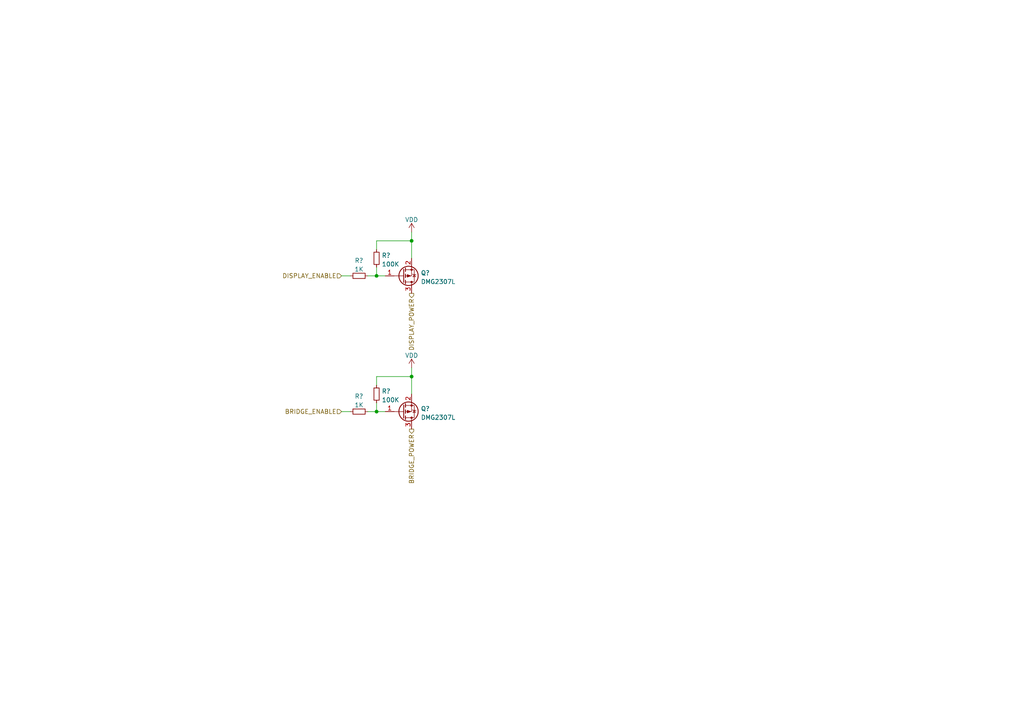
<source format=kicad_sch>
(kicad_sch (version 20211123) (generator eeschema)
  (paper "A4")
  (lib_symbols
    (symbol "Device:R_Small" (pin_numbers hide) (pin_names (offset 0.254) hide)
      (property "Reference" "R" (at 0.762 0.508 0))
      (property "Value" "R_Small" (at 0.762 -1.016 0))
      (symbol "R_Small_0_1"
        (rectangle (start -0.762 1.778) (end 0.762 -1.778) (stroke (width 0.2032)))
      )
      (symbol "R_Small_1_1"
        (pin passive line (at 0 2.54 270) (length 0.762) (name "~") (number "1"))
        (pin passive line (at 0 -2.54 90) (length 0.762) (name "~") (number "2"))
      )
    )
    (symbol "Transistor_FET:DMG2301L" (pin_names hide)
      (property "Reference" "Q" (at 5.08 1.905 0))
      (property "Value" "DMG2301L" (at 5.08 0 0))
      (symbol "DMG2301L_0_1"
        (polyline (pts (xy 0.254 0) (xy -2.54 0)))
        (polyline (pts (xy 0.254 1.905) (xy 0.254 -1.905)) (stroke (width 0.254)))
        (polyline (pts (xy 0.762 -1.27) (xy 0.762 -2.286)) (stroke (width 0.254)))
        (polyline (pts (xy 0.762 0.508) (xy 0.762 -0.508)) (stroke (width 0.254)))
        (polyline (pts (xy 0.762 2.286) (xy 0.762 1.27)) (stroke (width 0.254)))
        (polyline (pts (xy 2.54 2.54) (xy 2.54 1.778)))
        (polyline (pts (xy 2.54 -2.54) (xy 2.54 0) (xy 0.762 0)))
        (polyline (pts (xy 0.762 1.778) (xy 3.302 1.778) (xy 3.302 -1.778) (xy 0.762 -1.778)))
        (polyline (pts (xy 2.286 0) (xy 1.27 0.381) (xy 1.27 -0.381) (xy 2.286 0)) (fill (type outline)))
        (polyline (pts (xy 2.794 -0.508) (xy 2.921 -0.381) (xy 3.683 -0.381) (xy 3.81 -0.254)))
        (polyline (pts (xy 3.302 -0.381) (xy 2.921 0.254) (xy 3.683 0.254) (xy 3.302 -0.381)))
        (circle (center 1.651 0) (radius 2.794) (stroke (width 0.254)))
        (circle (center 2.54 -1.778) (radius 0.254) (fill (type outline)))
        (circle (center 2.54 1.778) (radius 0.254) (fill (type outline)))
      )
      (symbol "DMG2301L_1_1"
        (pin input line (at -5.08 0 0) (length 2.54) (name "G") (number "1"))
        (pin passive line (at 2.54 -5.08 90) (length 2.54) (name "S") (number "2"))
        (pin passive line (at 2.54 5.08 270) (length 2.54) (name "D") (number "3"))
      )
    )
    (symbol "power:VDD" (power) (pin_names (offset 0))
      (property "Value" "VDD" (at 0 3.81 0))
      (symbol "VDD_0_1"
        (polyline (pts (xy -0.762 1.27) (xy 0 2.54)))
        (polyline (pts (xy 0 0) (xy 0 2.54)))
        (polyline (pts (xy 0 2.54) (xy 0.762 1.27)))
      )
      (symbol "VDD_1_1"
        (pin power_in line (at 0 0 90) (length 0) hide (name "VDD") (number "1"))
      )
    )
  )
  (junction (at 119.38 69.85))
  (junction (at 109.22 119.38))
  (junction (at 119.38 109.22))
  (junction (at 109.22 80.01))
  (wire (pts (xy 119.38 69.85) (xy 119.38 67.31)))
  (wire (pts (xy 109.22 80.01) (xy 111.76 80.01)))
  (wire (pts (xy 109.22 109.22) (xy 119.38 109.22)))
  (wire (pts (xy 119.38 109.22) (xy 119.38 114.3)))
  (wire (pts (xy 109.22 119.38) (xy 111.76 119.38)))
  (wire (pts (xy 109.22 77.47) (xy 109.22 80.01)))
  (wire (pts (xy 109.22 111.76) (xy 109.22 109.22)))
  (wire (pts (xy 99.06 80.01) (xy 101.6 80.01)))
  (wire (pts (xy 109.22 72.39) (xy 109.22 69.85)))
  (wire (pts (xy 99.06 119.38) (xy 101.6 119.38)))
  (wire (pts (xy 109.22 69.85) (xy 119.38 69.85)))
  (wire (pts (xy 119.38 109.22) (xy 119.38 106.68)))
  (wire (pts (xy 119.38 69.85) (xy 119.38 74.93)))
  (wire (pts (xy 106.68 80.01) (xy 109.22 80.01)))
  (wire (pts (xy 106.68 119.38) (xy 109.22 119.38)))
  (wire (pts (xy 109.22 116.84) (xy 109.22 119.38)))
  (hierarchical_label "DISPLAY_ENABLE" (shape input) (at 99.06 80.01 180))
  (hierarchical_label "BRIDGE_POWER" (shape output) (at 119.38 124.46 270))
  (hierarchical_label "BRIDGE_ENABLE" (shape input) (at 99.06 119.38 180))
  (hierarchical_label "DISPLAY_POWER" (shape output) (at 119.38 85.09 270))
  (symbol (lib_id "Device:R_Small") (at 109.22 114.3 0) (unit 1)
    (property "Reference" "R?" (at 110.7186 113.4653 0) (effects (justify left)))
    (property "Value" "100K" (at 110.7186 116.0022 0) (effects (justify left)))
    (property "Footprint" "Resistor_SMD:R_0603_1608Metric_Pad0.98x0.95mm_HandSolder" (effects hide))
  )
  (symbol (lib_id "Device:R_Small") (at 104.14 80.01 270) (unit 1)
    (property "Reference" "R?" (at 104.14 75.5736 90))
    (property "Value" "1K" (at 104.14 78.1105 90))
    (property "Footprint" "Resistor_SMD:R_0603_1608Metric_Pad0.98x0.95mm_HandSolder" (effects hide))
  )
  (symbol (lib_id "Transistor_FET:DMG2301L") (at 116.84 119.38 0) (mirror x) (unit 1)
    (property "Reference" "Q?" (at 122.047 118.5453 0) (effects (justify left)))
    (property "Value" "DMG2307L" (at 122.047 121.0822 0) (effects (justify left)))
    (property "Footprint" "Package_TO_SOT_SMD:SOT-23" (effects hide))
    (property "Datasheet" "https://www.diodes.com/assets/Datasheets/DMG2307L.pdf" (effects hide))
  )
  (symbol (lib_id "Device:R_Small") (at 104.14 119.38 270) (unit 1)
    (property "Reference" "R?" (at 104.14 114.9436 90))
    (property "Value" "1K" (at 104.14 117.4805 90))
    (property "Footprint" "Resistor_SMD:R_0603_1608Metric_Pad0.98x0.95mm_HandSolder" (effects hide))
  )
  (symbol (lib_id "Transistor_FET:DMG2301L") (at 116.84 80.01 0) (mirror x) (unit 1)
    (property "Reference" "Q?" (at 122.047 79.1753 0) (effects (justify left)))
    (property "Value" "DMG2307L" (at 122.047 81.7122 0) (effects (justify left)))
    (property "Footprint" "Package_TO_SOT_SMD:SOT-23" (effects hide))
    (property "Datasheet" "https://www.diodes.com/assets/Datasheets/DMG2307L.pdf" (effects hide))
  )
  (symbol (lib_id "power:VDD") (at 119.38 67.31 0) (unit 1)
    (property "Reference" "#PWR?" (effects hide))
    (property "Value" "VDD" (at 119.38 63.7342 0))
  )
  (symbol (lib_id "Device:R_Small") (at 109.22 74.93 0) (unit 1)
    (property "Reference" "R?" (at 110.7186 74.0953 0) (effects (justify left)))
    (property "Value" "100K" (at 110.7186 76.6322 0) (effects (justify left)))
    (property "Footprint" "Resistor_SMD:R_0603_1608Metric_Pad0.98x0.95mm_HandSolder" (effects hide))
  )
  (symbol (lib_id "power:VDD") (at 119.38 106.68 0) (unit 1)
    (property "Reference" "#PWR?" (effects hide))
    (property "Value" "VDD" (at 119.38 103.1042 0))
  )
)
</source>
